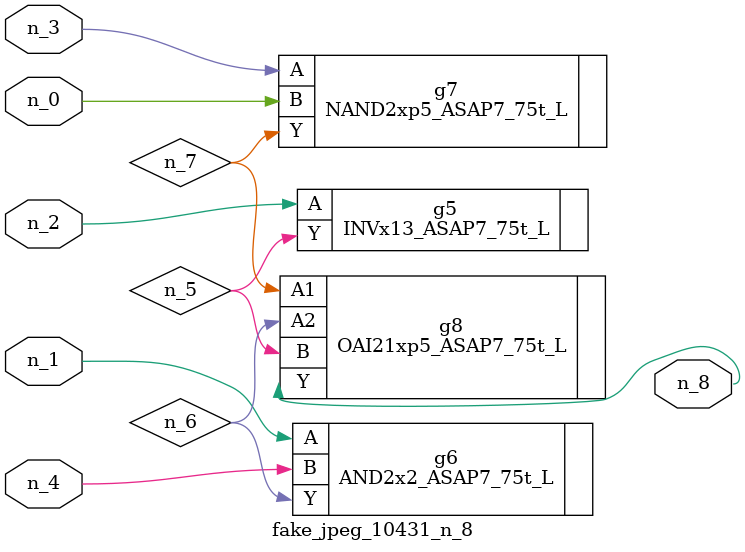
<source format=v>
module fake_jpeg_10431_n_8 (n_3, n_2, n_1, n_0, n_4, n_8);

input n_3;
input n_2;
input n_1;
input n_0;
input n_4;

output n_8;

wire n_6;
wire n_5;
wire n_7;

INVx13_ASAP7_75t_L g5 ( 
.A(n_2),
.Y(n_5)
);

AND2x2_ASAP7_75t_L g6 ( 
.A(n_1),
.B(n_4),
.Y(n_6)
);

NAND2xp5_ASAP7_75t_L g7 ( 
.A(n_3),
.B(n_0),
.Y(n_7)
);

OAI21xp5_ASAP7_75t_L g8 ( 
.A1(n_7),
.A2(n_6),
.B(n_5),
.Y(n_8)
);


endmodule
</source>
